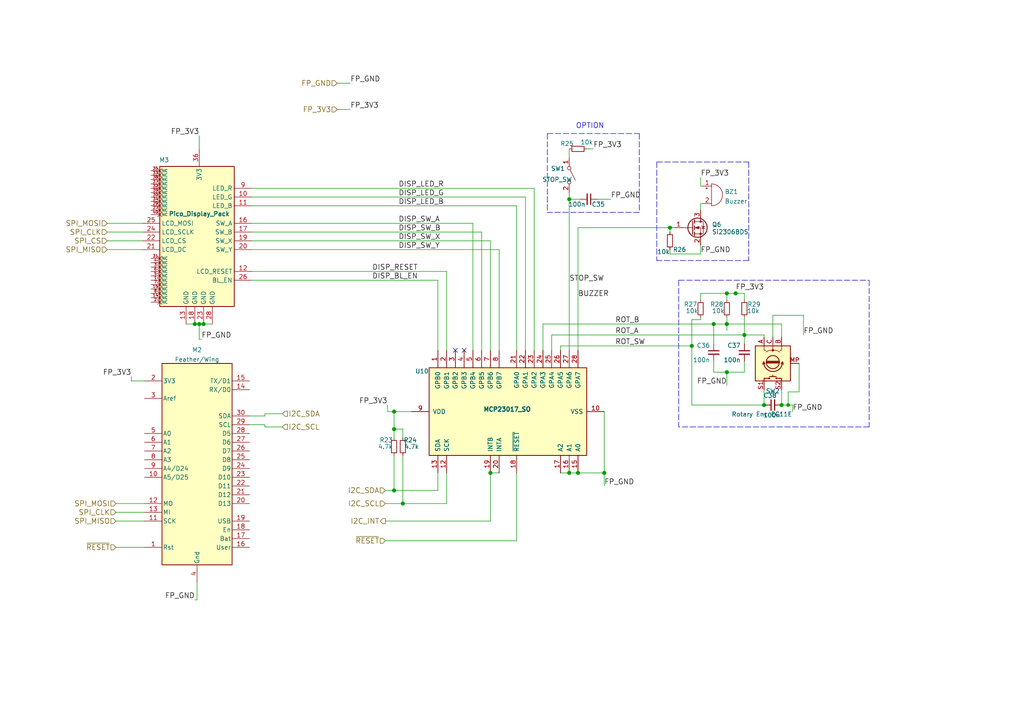
<source format=kicad_sch>
(kicad_sch (version 20211123) (generator eeschema)
  (paper "A4")
  (title_block (title "SolarPump v3") (date "2021-11-15") (rev "1.0") (company "IvimeyCom"))
  (lib_symbols
    (symbol "Device:Buzzer" (pin_names (offset 0.0254) hide)
      (property "Reference" "BZ" (at 3.81 1.27 0))
      (property "Value" "Buzzer" (at 3.81 -1.27 0))
      (symbol "Buzzer_0_1"
        (arc (start 0 -3.175) (mid 3.175 0) (end 0 3.175))
        (polyline (pts (xy -1.651 1.905) (xy -1.143 1.905)))
        (polyline (pts (xy -1.397 2.159) (xy -1.397 1.651)))
        (polyline (pts (xy 0 3.175) (xy 0 -3.175)))
      )
      (symbol "Buzzer_1_1"
        (pin passive line (at -2.54 2.54 0) (length 2.54) (name "-") (number "1"))
        (pin passive line (at -2.54 -2.54 0) (length 2.54) (name "+") (number "2"))
      )
    )
    (symbol "Device:C_Small" (pin_numbers hide) (pin_names (offset 0.254) hide)
      (property "Reference" "C" (at 0.254 1.778 0))
      (property "Value" "C_Small" (at 0.254 -2.032 0))
      (symbol "C_Small_0_1"
        (polyline (pts (xy -1.524 -0.508) (xy 1.524 -0.508)) (stroke (width 0.3302)))
        (polyline (pts (xy -1.524 0.508) (xy 1.524 0.508)) (stroke (width 0.3048)))
      )
      (symbol "C_Small_1_1"
        (pin passive line (at 0 2.54 270) (length 2.032) (name "~") (number "1"))
        (pin passive line (at 0 -2.54 90) (length 2.032) (name "~") (number "2"))
      )
    )
    (symbol "Device:R_Small" (pin_numbers hide) (pin_names (offset 0.254) hide)
      (property "Reference" "R" (at 0.762 0.508 0))
      (property "Value" "R_Small" (at 0.762 -1.016 0))
      (symbol "R_Small_0_1"
        (rectangle (start -0.762 1.778) (end 0.762 -1.778) (stroke (width 0.2032)))
      )
      (symbol "R_Small_1_1"
        (pin passive line (at 0 2.54 270) (length 0.762) (name "~") (number "1"))
        (pin passive line (at 0 -2.54 90) (length 0.762) (name "~") (number "2"))
      )
    )
    (symbol "Device:Rotary_Encoder_Switch" (pin_names (offset 0.254) hide)
      (property "Reference" "SW2" (at 7.9968 0 90))
      (property "Value" "Rotary Enc EC11E" (at 14.7405 3.175 90))
      (symbol "Rotary_Encoder_Switch_0_1"
        (rectangle (start -5.08 5.08) (end 5.08 -5.08) (stroke (width 0.254)) (fill (type background)))
        (circle (center -3.81 0) (radius 0.254) (fill (type outline)))
        (arc (start -0.381 -2.794) (mid 2.3622 -0.0635) (end -0.381 2.667) (stroke (width 0.254)))
        (circle (center -0.381 0) (radius 1.905) (stroke (width 0.254)))
        (polyline (pts (xy -0.635 -1.778) (xy -0.635 1.778)) (stroke (width 0.254)))
        (polyline (pts (xy -0.381 -1.778) (xy -0.381 1.778)) (stroke (width 0.254)))
        (polyline (pts (xy -0.127 1.778) (xy -0.127 -1.778)) (stroke (width 0.254)))
        (polyline (pts (xy 3.81 0) (xy 3.429 0)) (stroke (width 0.254)))
        (polyline (pts (xy 3.81 1.016) (xy 3.81 -1.016)) (stroke (width 0.254)))
        (polyline (pts (xy -5.08 -2.54) (xy -3.81 -2.54) (xy -3.81 -2.032)))
        (polyline (pts (xy -5.08 2.54) (xy -3.81 2.54) (xy -3.81 2.032)))
        (polyline (pts (xy 0.254 -3.048) (xy -0.508 -2.794) (xy 0.127 -2.413)) (stroke (width 0.254)))
        (polyline (pts (xy 0.254 2.921) (xy -0.508 2.667) (xy 0.127 2.286)) (stroke (width 0.254)))
        (polyline (pts (xy 5.08 -2.54) (xy 4.318 -2.54) (xy 4.318 -1.016)) (stroke (width 0.254)))
        (polyline (pts (xy 5.08 2.54) (xy 4.318 2.54) (xy 4.318 1.016)) (stroke (width 0.254)))
        (polyline (pts (xy -5.08 0) (xy -3.81 0) (xy -3.81 -1.016) (xy -3.302 -2.032)))
        (polyline (pts (xy -4.318 0) (xy -3.81 0) (xy -3.81 1.016) (xy -3.302 2.032)))
        (circle (center 4.318 -1.016) (radius 0.127) (stroke (width 0.254)))
        (circle (center 4.318 1.016) (radius 0.127) (stroke (width 0.254)))
      )
      (symbol "Rotary_Encoder_Switch_1_1"
        (pin passive line (at -7.62 2.54 0) (length 2.54) (name "A") (number "A"))
        (pin passive line (at -7.62 -2.54 0) (length 2.54) (name "B") (number "B"))
        (pin passive line (at -7.62 0 0) (length 2.54) (name "C") (number "C"))
        (pin passive line (at 0 -7.62 90) (length 2.54) (name "MP") (number "MP"))
        (pin passive line (at 7.62 2.54 180) (length 2.54) (name "S1") (number "S1"))
        (pin passive line (at 7.62 -2.54 180) (length 2.54) (name "S2") (number "S2"))
      )
    )
    (symbol "Interface_Expansion:MCP23017_SO" (pin_names (offset 1.016))
      (property "Reference" "U" (at -11.43 24.13 0))
      (property "Value" "MCP23017_SO" (at 0 0 0))
      (symbol "MCP23017_SO_0_1"
        (rectangle (start -12.7 22.86) (end 12.7 -22.86) (stroke (width 0.254)) (fill (type background)))
      )
      (symbol "MCP23017_SO_1_1"
        (pin bidirectional line (at 17.78 20.32 180) (length 5.08) (name "GPB0") (number "1"))
        (pin power_in line (at 0 -27.94 90) (length 5.08) (name "VSS") (number "10"))
        (pin no_connect line (at -12.7 15.24 0) (length 5.08) hide (name "NC") (number "11"))
        (pin input line (at -17.78 17.78 0) (length 5.08) (name "SCK") (number "12"))
        (pin bidirectional line (at -17.78 20.32 0) (length 5.08) (name "SDA") (number "13"))
        (pin no_connect line (at -12.7 12.7 0) (length 5.08) hide (name "NC") (number "14"))
        (pin input line (at -17.78 -20.32 0) (length 5.08) (name "A0") (number "15"))
        (pin input line (at -17.78 -17.78 0) (length 5.08) (name "A1") (number "16"))
        (pin input line (at -17.78 -15.24 0) (length 5.08) (name "A2") (number "17"))
        (pin input line (at -17.78 -2.54 0) (length 5.08) (name "~{RESET}") (number "18"))
        (pin tri_state line (at -17.78 5.08 0) (length 5.08) (name "INTB") (number "19"))
        (pin bidirectional line (at 17.78 17.78 180) (length 5.08) (name "GPB1") (number "2"))
        (pin tri_state line (at -17.78 2.54 0) (length 5.08) (name "INTA") (number "20"))
        (pin bidirectional line (at 17.78 -2.54 180) (length 5.08) (name "GPA0") (number "21"))
        (pin bidirectional line (at 17.78 -5.08 180) (length 5.08) (name "GPA1") (number "22"))
        (pin bidirectional line (at 17.78 -7.62 180) (length 5.08) (name "GPA2") (number "23"))
        (pin bidirectional line (at 17.78 -10.16 180) (length 5.08) (name "GPA3") (number "24"))
        (pin bidirectional line (at 17.78 -12.7 180) (length 5.08) (name "GPA4") (number "25"))
        (pin bidirectional line (at 17.78 -15.24 180) (length 5.08) (name "GPA5") (number "26"))
        (pin bidirectional line (at 17.78 -17.78 180) (length 5.08) (name "GPA6") (number "27"))
        (pin bidirectional line (at 17.78 -20.32 180) (length 5.08) (name "GPA7") (number "28"))
        (pin bidirectional line (at 17.78 15.24 180) (length 5.08) (name "GPB2") (number "3"))
        (pin bidirectional line (at 17.78 12.7 180) (length 5.08) (name "GPB3") (number "4"))
        (pin bidirectional line (at 17.78 10.16 180) (length 5.08) (name "GPB4") (number "5"))
        (pin bidirectional line (at 17.78 7.62 180) (length 5.08) (name "GPB5") (number "6"))
        (pin bidirectional line (at 17.78 5.08 180) (length 5.08) (name "GPB6") (number "7"))
        (pin bidirectional line (at 17.78 2.54 180) (length 5.08) (name "GPB7") (number "8"))
        (pin power_in line (at 0 27.94 270) (length 5.08) (name "VDD") (number "9"))
      )
    )
    (symbol "Switch:SW_SPST" (pin_names (offset 0) hide)
      (property "Reference" "SW" (at 0 3.175 0))
      (property "Value" "SW_SPST" (at 0 -2.54 0))
      (symbol "SW_SPST_0_0"
        (circle (center -2.032 0) (radius 0.508))
        (polyline (pts (xy -1.524 0.254) (xy 1.524 1.778)))
        (circle (center 2.032 0) (radius 0.508))
      )
      (symbol "SW_SPST_1_1"
        (pin passive line (at -5.08 0 0) (length 2.54) (name "A") (number "1"))
        (pin passive line (at 5.08 0 180) (length 2.54) (name "B") (number "2"))
      )
    )
    (symbol "solarpump:Feather{slash}Wing" (pin_names (offset 0.254)) (in_bom no)
      (property "Reference" "M" (at -10.16 38.1 0))
      (property "Value" "Feather{slash}Wing" (at 5.08 38.1 0))
      (symbol "Feather{slash}Wing_0_0"
        (pin bidirectional line (at 15.24 -17.78 180) (length 5.08) (name "Rst") (number "1"))
        (pin input line (at 15.24 2.54 180) (length 5.08) (name "A5/D25") (number "10"))
        (pin bidirectional line (at 15.24 -10.16 180) (length 5.08) (name "SCK") (number "11"))
        (pin bidirectional line (at 15.24 -5.08 180) (length 5.08) (name "MO") (number "12"))
        (pin bidirectional line (at 15.24 -7.62 180) (length 5.08) (name "MI") (number "13"))
        (pin bidirectional line (at -15.24 27.94 0) (length 5.08) (name "RX/D0") (number "14"))
        (pin bidirectional line (at -15.24 30.48 0) (length 5.08) (name "TX/D1") (number "15"))
        (pin unspecified line (at -15.24 -17.78 0) (length 5.08) (name "User") (number "16"))
        (pin power_in line (at -15.24 -15.24 0) (length 5.08) (name "Bat") (number "17"))
        (pin input line (at -15.24 -12.7 0) (length 5.08) (name "En") (number "18"))
        (pin bidirectional line (at -15.24 -10.16 0) (length 5.08) (name "USB") (number "19"))
        (pin bidirectional line (at -15.24 -5.08 0) (length 5.08) (name "D13") (number "20"))
        (pin bidirectional line (at -15.24 -2.54 0) (length 5.08) (name "D12") (number "21"))
        (pin bidirectional line (at -15.24 0 0) (length 5.08) (name "D11") (number "22"))
        (pin bidirectional line (at -15.24 2.54 0) (length 5.08) (name "D10") (number "23"))
        (pin bidirectional line (at -15.24 5.08 0) (length 5.08) (name "D9") (number "24"))
        (pin bidirectional line (at -15.24 7.62 0) (length 5.08) (name "D8") (number "25"))
        (pin bidirectional line (at -15.24 10.16 0) (length 5.08) (name "D7") (number "26"))
        (pin bidirectional line (at -15.24 12.7 0) (length 5.08) (name "D6") (number "27"))
        (pin bidirectional line (at -15.24 15.24 0) (length 5.08) (name "D5") (number "28"))
        (pin bidirectional line (at -15.24 17.78 0) (length 5.08) (name "SCL") (number "29"))
        (pin power_in line (at 15.24 25.4 180) (length 5.08) (name "Aref") (number "3"))
        (pin bidirectional line (at -15.24 20.32 0) (length 5.08) (name "SDA") (number "30"))
        (pin power_in line (at 0 -27.94 90) (length 5.08) (name "Gnd") (number "4"))
        (pin input line (at 15.24 15.24 180) (length 5.08) (name "A0") (number "5"))
        (pin input line (at 15.24 12.7 180) (length 5.08) (name "A1") (number "6"))
        (pin input line (at 15.24 10.16 180) (length 5.08) (name "A2") (number "7"))
        (pin input line (at 15.24 7.62 180) (length 5.08) (name "A3") (number "8"))
        (pin input line (at 15.24 5.08 180) (length 5.08) (name "A4/D24") (number "9"))
      )
      (symbol "Feather{slash}Wing_0_1"
        (rectangle (start -10.16 35.56) (end 10.16 -22.86) (stroke (width 0.254)) (fill (type background)))
      )
      (symbol "Feather{slash}Wing_1_1"
        (pin power_in line (at 15.24 30.48 180) (length 5.08) (name "3V3") (number "2"))
      )
    )
    (symbol "solarpump:Pico_Display_Pack"
      (property "Reference" "M2" (at -10.16 22.1778 0))
      (property "Value" "Pico_Display_Pack" (at 0 6.5599 0))
      (symbol "Pico_Display_Pack_0_1"
        (rectangle (start -11.43 20.32) (end 10.16 -20.32) (stroke (width 0.254)) (fill (type background)))
      )
      (symbol "Pico_Display_Pack_1_1"
        (pin unspecified non_logic (at -13.97 -12.7 0) (length 2.54) (name "NC") (number "1"))
        (pin input line (at 15.24 11.43 180) (length 5.08) (name "LED_G") (number "10"))
        (pin input line (at 15.24 8.89 180) (length 5.08) (name "LED_B") (number "11"))
        (pin input line (at 15.24 -10.16 180) (length 5.08) (name "LCD_RESET") (number "12"))
        (pin power_in line (at -3.81 -25.4 90) (length 5.08) (name "GND") (number "13"))
        (pin unspecified non_logic (at -13.97 -17.78 0) (length 2.54) (name "NC") (number "14"))
        (pin unspecified non_logic (at -13.97 -15.24 0) (length 2.54) (name "NC") (number "15"))
        (pin input line (at 15.24 3.81 180) (length 5.08) (name "SW_A") (number "16"))
        (pin input line (at 15.24 1.27 180) (length 5.08) (name "SW_B") (number "17"))
        (pin power_in line (at -1.27 -25.4 90) (length 5.08) (name "GND") (number "18"))
        (pin input line (at 15.24 -1.27 180) (length 5.08) (name "SW_X") (number "19"))
        (pin unspecified non_logic (at -13.97 -19.05 0) (length 2.54) (name "NC") (number "2"))
        (pin input line (at 15.24 -3.81 180) (length 5.08) (name "SW_Y") (number "20"))
        (pin input line (at -16.51 -3.81 0) (length 5.08) (name "LCD_DC") (number "21"))
        (pin input line (at -16.51 -1.27 0) (length 5.08) (name "LCD_CS") (number "22"))
        (pin power_in line (at 1.27 -25.4 90) (length 5.08) (name "GND") (number "23"))
        (pin input line (at -16.51 1.27 0) (length 5.08) (name "LCD_SCLK") (number "24"))
        (pin input line (at -16.51 3.81 0) (length 5.08) (name "LCD_MOSI") (number "25"))
        (pin input line (at 15.24 -12.7 180) (length 5.08) (name "BL_EN") (number "26"))
        (pin unspecified non_logic (at -13.97 7.62 0) (length 2.54) (name "NC") (number "27"))
        (pin power_in line (at 3.81 -25.4 90) (length 5.08) (name "GND") (number "28"))
        (pin unspecified non_logic (at -13.97 8.89 0) (length 2.54) (name "NC") (number "29"))
        (pin unspecified non_logic (at -13.97 -8.89 0) (length 2.54) (name "NC") (number "3"))
        (pin unspecified non_logic (at -13.97 11.43 0) (length 2.54) (name "NC") (number "30"))
        (pin unspecified non_logic (at -13.97 -6.35 0) (length 2.54) (name "NC") (number "31"))
        (pin unspecified non_logic (at -13.97 13.97 0) (length 2.54) (name "NC") (number "32"))
        (pin unspecified non_logic (at -13.97 17.78 0) (length 2.54) (name "NC") (number "33"))
        (pin unspecified non_logic (at -13.97 10.16 0) (length 2.54) (name "NC") (number "34"))
        (pin unspecified non_logic (at -13.97 19.05 0) (length 2.54) (name "NC") (number "35"))
        (pin power_in line (at 0 25.4 270) (length 5.08) (name "3V3") (number "36"))
        (pin unspecified non_logic (at -13.97 15.24 0) (length 2.54) (name "NC") (number "37"))
        (pin unspecified non_logic (at -13.97 16.51 0) (length 2.54) (name "NC") (number "38"))
        (pin unspecified non_logic (at -13.97 12.7 0) (length 2.54) (name "NC") (number "39"))
        (pin unspecified non_logic (at -13.97 -7.62 0) (length 2.54) (name "NC") (number "4"))
        (pin unspecified non_logic (at -13.97 6.35 0) (length 2.54) (name "NC") (number "40"))
        (pin unspecified non_logic (at -13.97 -11.43 0) (length 2.54) (name "NC") (number "5"))
        (pin unspecified non_logic (at -13.97 -10.16 0) (length 2.54) (name "NC") (number "6"))
        (pin unspecified non_logic (at -13.97 -13.97 0) (length 2.54) (name "NC") (number "7"))
        (pin unspecified non_logic (at -13.97 -16.51 0) (length 2.54) (name "NC") (number "8"))
        (pin input line (at 15.24 13.97 180) (length 5.08) (name "LED_R") (number "9"))
      )
    )
    (symbol "solarpump:Si2306BDS" (pin_names hide)
      (property "Reference" "Q" (at 5.08 1.905 0))
      (property "Value" "Si2306BDS" (at 5.08 0 0))
      (symbol "Si2306BDS_0_1"
        (polyline (pts (xy 0.254 0) (xy -2.54 0)))
        (polyline (pts (xy 0.254 1.905) (xy 0.254 -1.905)) (stroke (width 0.254)))
        (polyline (pts (xy 0.762 -1.27) (xy 0.762 -2.286)) (stroke (width 0.254)))
        (polyline (pts (xy 0.762 0.508) (xy 0.762 -0.508)) (stroke (width 0.254)))
        (polyline (pts (xy 0.762 2.286) (xy 0.762 1.27)) (stroke (width 0.254)))
        (polyline (pts (xy 2.54 2.54) (xy 2.54 1.778)))
        (polyline (pts (xy 2.54 -2.54) (xy 2.54 0) (xy 0.762 0)))
        (polyline (pts (xy 0.762 -1.778) (xy 3.302 -1.778) (xy 3.302 1.778) (xy 0.762 1.778)))
        (polyline (pts (xy 1.016 0) (xy 2.032 0.381) (xy 2.032 -0.381) (xy 1.016 0)) (fill (type outline)))
        (polyline (pts (xy 2.794 0.508) (xy 2.921 0.381) (xy 3.683 0.381) (xy 3.81 0.254)))
        (polyline (pts (xy 3.302 0.381) (xy 2.921 -0.254) (xy 3.683 -0.254) (xy 3.302 0.381)))
        (circle (center 1.651 0) (radius 2.794) (stroke (width 0.254)))
        (circle (center 2.54 -1.778) (radius 0.254) (fill (type outline)))
        (circle (center 2.54 1.778) (radius 0.254) (fill (type outline)))
      )
      (symbol "Si2306BDS_1_1"
        (pin input line (at -5.08 0 0) (length 2.54) (name "G") (number "1"))
        (pin passive line (at 2.54 -5.08 90) (length 2.54) (name "S") (number "2"))
        (pin passive line (at 2.54 5.08 270) (length 2.54) (name "D") (number "3"))
      )
    )
  )
  (junction (at 142.24 137.16) (diameter 1.016))
  (junction (at 200.66 100.33) (diameter 1.016))
  (junction (at 210.82 85.09) (diameter 1.016))
  (junction (at 167.64 137.16) (diameter 1.016))
  (junction (at 210.82 93.98) (diameter 1.016))
  (junction (at 210.82 107.95) (diameter 1.016))
  (junction (at 194.31 66.04) (diameter 1.016))
  (junction (at 114.3 124.46) (diameter 1.016))
  (junction (at 116.84 146.05) (diameter 1.016))
  (junction (at 59.055 93.98) (diameter 1.016))
  (junction (at 114.3 142.24) (diameter 1.016))
  (junction (at 228.6 117.475))
  (junction (at 221.615 117.475) (diameter 1.016))
  (junction (at 213.36 85.09) (diameter 1.016))
  (junction (at 175.26 137.16) (diameter 1.016))
  (junction (at 207.01 93.98) (diameter 1.016))
  (junction (at 114.3 119.38) (diameter 1.016))
  (junction (at 226.695 117.475) (diameter 1.016))
  (junction (at 165.1 137.16) (diameter 1.016))
  (junction (at 56.515 93.98) (diameter 1.016))
  (junction (at 57.785 93.98) (diameter 1.016))
  (junction (at 165.1 57.785) (diameter 1.016))
  (junction (at 215.9 97.155) (diameter 1.016))
  (no_connect (at 132.08 101.6))
  (no_connect (at 134.62 101.6))
  (wire (pts (xy 233.045 91.44) (xy 224.155 91.44)))
  (wire (pts (xy 31.115 67.31) (xy 41.275 67.31)))
  (wire (pts (xy 175.26 137.16) (xy 175.26 140.97)))
  (wire (pts (xy 175.26 119.38) (xy 175.26 137.16)))
  (wire (pts (xy 229.87 117.475) (xy 229.87 119.38)))
  (wire (pts (xy 224.155 91.44) (xy 224.155 97.79)))
  (wire (pts (xy 114.3 132.08) (xy 114.3 142.24)))
  (wire (pts (xy 165.1 57.785) (xy 168.275 57.785)))
  (wire (pts (xy 210.82 86.995) (xy 210.82 85.09)))
  (wire (pts (xy 215.9 85.09) (xy 215.9 86.995)))
  (wire (pts (xy 213.36 85.09) (xy 215.9 85.09)))
  (wire (pts (xy 210.82 85.09) (xy 213.36 85.09)))
  (wire (pts (xy 73.025 72.39) (xy 144.78 72.39)))
  (wire (pts (xy 31.115 64.77) (xy 41.275 64.77)))
  (wire (pts (xy 215.9 104.775) (xy 215.9 107.95)))
  (wire (pts (xy 97.79 31.75) (xy 101.6 31.75)))
  (polyline (pts (xy 190.5 46.99) (xy 217.17 46.99)) (stroke (width 0) (type dash)))
  (wire (pts (xy 81.915 120.015) (xy 76.835 120.015)))
  (wire (pts (xy 76.835 120.015) (xy 76.835 120.65)))
  (wire (pts (xy 76.835 120.65) (xy 72.39 120.65)))
  (wire (pts (xy 112.395 117.475) (xy 112.395 119.38)))
  (wire (pts (xy 114.3 119.38) (xy 114.3 124.46)))
  (wire (pts (xy 114.3 124.46) (xy 114.3 127)))
  (wire (pts (xy 221.615 97.155) (xy 215.9 97.155)))
  (wire (pts (xy 215.9 92.075) (xy 215.9 97.155)))
  (wire (pts (xy 194.31 73.66) (xy 194.31 72.39)))
  (wire (pts (xy 41.91 146.05) (xy 33.655 146.05)))
  (wire (pts (xy 226.695 113.03) (xy 226.695 117.475)))
  (wire (pts (xy 73.025 81.28) (xy 127 81.28)))
  (wire (pts (xy 127 81.28) (xy 127 101.6)))
  (wire (pts (xy 233.045 91.44) (xy 233.045 97.155)))
  (wire (pts (xy 203.2 59.055) (xy 203.2 60.96)))
  (wire (pts (xy 165.1 43.18) (xy 165.1 45.72)))
  (polyline (pts (xy 190.5 46.99) (xy 190.5 75.565)) (stroke (width 0) (type dash)))
  (wire (pts (xy 165.1 55.88) (xy 165.1 57.785)))
  (wire (pts (xy 142.24 137.16) (xy 142.24 151.13)))
  (wire (pts (xy 111.76 151.13) (xy 142.24 151.13)))
  (wire (pts (xy 167.64 66.04) (xy 194.31 66.04)))
  (wire (pts (xy 167.64 101.6) (xy 167.64 66.04)))
  (wire (pts (xy 221.615 97.79) (xy 221.615 97.155)))
  (wire (pts (xy 57.785 93.98) (xy 57.785 98.425)))
  (wire (pts (xy 73.025 57.15) (xy 152.4 57.15)))
  (wire (pts (xy 152.4 57.15) (xy 152.4 101.6)))
  (wire (pts (xy 215.9 97.155) (xy 215.9 99.695)))
  (wire (pts (xy 97.79 24.13) (xy 101.6 24.13)))
  (wire (pts (xy 144.78 72.39) (xy 144.78 101.6)))
  (wire (pts (xy 76.835 123.19) (xy 72.39 123.19)))
  (wire (pts (xy 81.915 123.825) (xy 76.835 123.825)))
  (wire (pts (xy 76.835 123.825) (xy 76.835 123.19)))
  (polyline (pts (xy 196.85 81.28) (xy 196.85 123.825)) (stroke (width 0) (type dash)))
  (wire (pts (xy 57.785 39.37) (xy 57.785 43.18)))
  (wire (pts (xy 114.3 119.38) (xy 112.395 119.38)))
  (wire (pts (xy 73.025 78.74) (xy 129.54 78.74)))
  (wire (pts (xy 129.54 78.74) (xy 129.54 101.6)))
  (wire (pts (xy 41.91 148.59) (xy 33.655 148.59)))
  (wire (pts (xy 73.025 69.85) (xy 142.24 69.85)))
  (wire (pts (xy 41.91 158.75) (xy 33.655 158.75)))
  (wire (pts (xy 73.025 64.77) (xy 137.16 64.77)))
  (wire (pts (xy 210.82 93.98) (xy 210.82 95.885)))
  (wire (pts (xy 194.31 66.04) (xy 195.58 66.04)))
  (wire (pts (xy 213.36 84.455) (xy 213.36 85.09)))
  (polyline (pts (xy 217.17 75.565) (xy 190.5 75.565)) (stroke (width 0) (type dash)))
  (wire (pts (xy 207.01 104.775) (xy 207.01 107.95)))
  (wire (pts (xy 57.785 93.98) (xy 59.055 93.98)))
  (wire (pts (xy 59.055 93.98) (xy 61.595 93.98)))
  (wire (pts (xy 53.975 93.98) (xy 56.515 93.98)))
  (wire (pts (xy 56.515 93.98) (xy 57.785 93.98)))
  (wire (pts (xy 226.695 93.98) (xy 226.695 97.79)))
  (wire (pts (xy 144.78 137.16) (xy 142.24 137.16)))
  (wire (pts (xy 221.615 113.03) (xy 221.615 117.475)))
  (wire (pts (xy 142.24 69.85) (xy 142.24 101.6)))
  (wire (pts (xy 57.785 98.425) (xy 58.42 98.425)))
  (wire (pts (xy 200.66 117.475) (xy 200.66 100.33)))
  (wire (pts (xy 221.615 117.475) (xy 200.66 117.475)))
  (wire (pts (xy 162.56 100.33) (xy 162.56 101.6)))
  (wire (pts (xy 200.66 100.33) (xy 162.56 100.33)))
  (polyline (pts (xy 252.095 81.28) (xy 252.095 123.825)) (stroke (width 0) (type dash)))
  (wire (pts (xy 203.835 59.055) (xy 203.2 59.055)))
  (wire (pts (xy 203.2 85.09) (xy 210.82 85.09)))
  (wire (pts (xy 203.2 86.995) (xy 203.2 85.09)))
  (wire (pts (xy 210.82 107.95) (xy 207.01 107.95)))
  (wire (pts (xy 210.82 107.95) (xy 215.9 107.95)))
  (wire (pts (xy 226.695 117.475) (xy 228.6 117.475)))
  (wire (pts (xy 228.6 117.475) (xy 229.87 117.475)))
  (wire (pts (xy 73.025 67.31) (xy 139.7 67.31)))
  (wire (pts (xy 194.31 66.04) (xy 194.31 67.31)))
  (wire (pts (xy 207.01 93.98) (xy 210.82 93.98)))
  (wire (pts (xy 210.82 93.98) (xy 226.695 93.98)))
  (wire (pts (xy 200.66 92.71) (xy 200.66 100.33)))
  (wire (pts (xy 149.86 156.845) (xy 149.86 137.16)))
  (wire (pts (xy 111.76 156.845) (xy 149.86 156.845)))
  (wire (pts (xy 139.7 67.31) (xy 139.7 101.6)))
  (polyline (pts (xy 196.85 81.28) (xy 252.095 81.28)) (stroke (width 0) (type dash)))
  (wire (pts (xy 203.2 51.435) (xy 203.2 53.975)))
  (wire (pts (xy 203.2 53.975) (xy 203.835 53.975)))
  (polyline (pts (xy 185.42 38.735) (xy 185.42 61.595)) (stroke (width 0) (type dash)))
  (polyline (pts (xy 158.75 38.735) (xy 185.42 38.735)) (stroke (width 0) (type dash)))
  (polyline (pts (xy 158.75 38.735) (xy 158.75 61.595)) (stroke (width 0) (type dash)))
  (polyline (pts (xy 185.42 61.595) (xy 158.75 61.595)) (stroke (width 0) (type dash)))
  (wire (pts (xy 215.9 97.155) (xy 160.02 97.155)))
  (wire (pts (xy 160.02 97.155) (xy 160.02 101.6)))
  (wire (pts (xy 173.355 57.785) (xy 177.165 57.785)))
  (wire (pts (xy 73.025 54.61) (xy 154.94 54.61)))
  (wire (pts (xy 154.94 54.61) (xy 154.94 101.6)))
  (wire (pts (xy 31.115 69.85) (xy 41.275 69.85)))
  (wire (pts (xy 129.54 137.16) (xy 129.54 146.05)))
  (wire (pts (xy 116.84 146.05) (xy 111.76 146.05)))
  (wire (pts (xy 137.16 64.77) (xy 137.16 101.6)))
  (wire (pts (xy 41.91 110.49) (xy 38.1 110.49)))
  (wire (pts (xy 38.1 110.49) (xy 38.1 109.22)))
  (wire (pts (xy 116.84 132.08) (xy 116.84 146.05)))
  (wire (pts (xy 57.15 173.99) (xy 56.515 173.99)))
  (wire (pts (xy 57.15 168.91) (xy 57.15 173.99)))
  (wire (pts (xy 114.3 119.38) (xy 119.38 119.38)))
  (wire (pts (xy 157.48 93.98) (xy 207.01 93.98)))
  (wire (pts (xy 157.48 93.98) (xy 157.48 101.6)))
  (wire (pts (xy 73.025 59.69) (xy 149.86 59.69)))
  (wire (pts (xy 149.86 59.69) (xy 149.86 101.6)))
  (wire (pts (xy 116.84 146.05) (xy 129.54 146.05)))
  (wire (pts (xy 31.115 72.39) (xy 41.275 72.39)))
  (wire (pts (xy 210.82 107.95) (xy 210.82 111.76)))
  (wire (pts (xy 170.18 43.18) (xy 172.085 43.18)))
  (wire (pts (xy 210.82 92.075) (xy 210.82 93.98)))
  (wire (pts (xy 116.84 127) (xy 116.84 124.46)))
  (wire (pts (xy 116.84 124.46) (xy 114.3 124.46)))
  (wire (pts (xy 194.31 73.66) (xy 203.2 73.66)))
  (wire (pts (xy 167.64 137.16) (xy 175.26 137.16)))
  (wire (pts (xy 165.1 137.16) (xy 167.64 137.16)))
  (wire (pts (xy 162.56 137.16) (xy 165.1 137.16)))
  (wire (pts (xy 41.91 151.13) (xy 33.655 151.13)))
  (wire (pts (xy 231.775 113.665) (xy 228.6 113.665)))
  (wire (pts (xy 231.775 105.41) (xy 231.775 113.665)))
  (wire (pts (xy 228.6 113.665) (xy 228.6 117.475)))
  (polyline (pts (xy 252.095 123.825) (xy 196.85 123.825)) (stroke (width 0) (type dash)))
  (wire (pts (xy 207.01 93.98) (xy 207.01 99.695)))
  (wire (pts (xy 203.2 71.12) (xy 203.2 73.66)))
  (wire (pts (xy 127 142.24) (xy 127 137.16)))
  (wire (pts (xy 114.3 142.24) (xy 127 142.24)))
  (wire (pts (xy 111.76 142.24) (xy 114.3 142.24)))
  (wire (pts (xy 203.2 92.71) (xy 200.66 92.71)))
  (wire (pts (xy 203.2 92.075) (xy 203.2 92.71)))
  (wire (pts (xy 165.1 57.785) (xy 165.1 101.6)))
  (polyline (pts (xy 217.17 46.99) (xy 217.17 75.565)) (stroke (width 0) (type dash)))
  (text "OPTION" (at 167.005 37.465 0) (effects (font (size 1.4986 1.4986)) (justify left bottom)))
  (label "FP_GND" (at 177.165 57.785 0) (effects (font (size 1.4986 1.4986))))
  (label "FP_GND" (at 229.87 119.38 0) (effects (font (size 1.4986 1.4986))))
  (label "FP_GND" (at 175.26 140.97 0) (effects (font (size 1.4986 1.4986))))
  (label "DISP_SW_Y" (at 115.57 72.39 0) (effects (font (size 1.4986 1.4986))))
  (label "BUZZER" (at 167.64 86.36 0) (effects (font (size 1.4986 1.4986))))
  (label "DISP_LED_B" (at 115.57 59.69 0) (effects (font (size 1.4986 1.4986))))
  (label "FP_3V3" (at 101.6 31.75 0) (effects (font (size 1.4986 1.4986))))
  (label "FP_3V3" (at 38.1 109.22 180) (effects (font (size 1.4986 1.4986))))
  (label "FP_3V3" (at 203.2 51.435 0) (effects (font (size 1.4986 1.4986))))
  (label "DISP_LED_G" (at 115.57 57.15 0) (effects (font (size 1.4986 1.4986))))
  (label "ROT_SW" (at 178.435 100.33 0) (effects (font (size 1.4986 1.4986))))
  (label "FP_GND" (at 203.2 73.66 0) (effects (font (size 1.4986 1.4986))))
  (label "FP_GND" (at 101.6 24.13 0) (effects (font (size 1.4986 1.4986))))
  (label "DISP_SW_A" (at 115.57 64.77 0) (effects (font (size 1.4986 1.4986))))
  (label "FP_3V3" (at 213.36 84.455 0) (effects (font (size 1.4986 1.4986))))
  (label "DISP_LED_R" (at 115.57 54.61 0) (effects (font (size 1.4986 1.4986))))
  (label "FP_GND" (at 210.82 111.76 180) (effects (font (size 1.4986 1.4986))))
  (label "FP_3V3" (at 172.085 43.18 0) (effects (font (size 1.4986 1.4986))))
  (label "ROT_A" (at 178.435 97.155 0) (effects (font (size 1.4986 1.4986))))
  (label "DISP_SW_X" (at 115.57 69.85 0) (effects (font (size 1.4986 1.4986))))
  (label "FP_GND" (at 56.515 173.99 180) (effects (font (size 1.4986 1.4986))))
  (label "FP_3V3" (at 112.395 117.475 180) (effects (font (size 1.4986 1.4986))))
  (label "DISP_RESET" (at 107.95 78.74 0) (effects (font (size 1.4986 1.4986))))
  (label "STOP_SW" (at 165.1 81.915 0) (effects (font (size 1.4986 1.4986))))
  (label "ROT_B" (at 178.435 93.98 0) (effects (font (size 1.4986 1.4986))))
  (label "DISP_SW_B" (at 115.57 67.31 0) (effects (font (size 1.4986 1.4986))))
  (label "FP_GND" (at 233.045 97.155 0) (effects (font (size 1.4986 1.4986))))
  (label "FP_GND" (at 58.42 98.425 0) (effects (font (size 1.4986 1.4986))))
  (label "DISP_BL_EN" (at 107.95 81.28 0) (effects (font (size 1.4986 1.4986))))
  (label "FP_3V3" (at 57.785 39.37 180) (effects (font (size 1.4986 1.4986))))
  (hierarchical_label "I2C_SDA" (shape input) (at 111.76 142.24 180) (effects (font (size 1.4986 1.4986))))
  (hierarchical_label "SPI_CS" (shape input) (at 31.115 69.85 180) (effects (font (size 1.4986 1.4986))))
  (hierarchical_label "SPI_MOSI" (shape input) (at 33.655 146.05 180) (effects (font (size 1.4986 1.4986))))
  (hierarchical_label "~{RESET}" (shape input) (at 111.76 156.845 180) (effects (font (size 1.4986 1.4986))))
  (hierarchical_label "SPI_MISO" (shape input) (at 33.655 151.13 180) (effects (font (size 1.4986 1.4986))))
  (hierarchical_label "I2C_SCL" (shape input) (at 81.915 123.825 0) (effects (font (size 1.4986 1.4986))))
  (hierarchical_label "SPI_CLK" (shape input) (at 31.115 67.31 180) (effects (font (size 1.4986 1.4986))))
  (hierarchical_label "FP_GND" (shape input) (at 97.79 24.13 180) (effects (font (size 1.4986 1.4986))))
  (hierarchical_label "I2C_INT" (shape output) (at 111.76 151.13 180) (effects (font (size 1.4986 1.4986))))
  (hierarchical_label "SPI_MOSI" (shape input) (at 31.115 64.77 180) (effects (font (size 1.4986 1.4986))))
  (hierarchical_label "~{RESET}" (shape input) (at 33.655 158.75 180) (effects (font (size 1.4986 1.4986))))
  (hierarchical_label "SPI_MISO" (shape input) (at 31.115 72.39 180) (effects (font (size 1.4986 1.4986))))
  (hierarchical_label "I2C_SCL" (shape input) (at 111.76 146.05 180) (effects (font (size 1.4986 1.4986))))
  (hierarchical_label "FP_3V3" (shape input) (at 97.79 31.75 180) (effects (font (size 1.4986 1.4986))))
  (hierarchical_label "I2C_SDA" (shape input) (at 81.915 120.015 0) (effects (font (size 1.4986 1.4986))))
  (hierarchical_label "SPI_CLK" (shape input) (at 33.655 148.59 180) (effects (font (size 1.4986 1.4986))))
  (symbol (lib_id "Device:R_Small") (at 210.82 89.535 0) (mirror y) (unit 1)
    (property "Reference" "R28" (at 207.9032 88.265 0))
    (property "Value" "10k" (at 208.3031 90.17 0))
    (property "Footprint" "Resistor_SMD:R_0805_2012Metric_Pad1.20x1.40mm_HandSolder" (effects hide))
    (property "Mfr" "Yageo" (effects hide))
    (property "Mfr Part No" "AC0805FR-0710KL" (effects hide))
    (property "Supl" "Mouser" (effects hide))
    (property "Supl Part No" "603-AC0805FR-0710KL" (effects hide))
    (property "Supl Price" "0.077" (effects hide))
  )
  (symbol (lib_id "Device:C_Small") (at 215.9 102.235 0) (mirror y) (unit 1)
    (property "Reference" "C37" (at 214.8458 100.2041 0) (effects (justify left)))
    (property "Value" "100n" (at 214.8458 104.4078 0) (effects (justify left)))
    (property "Footprint" "Capacitor_THT:C_Disc_D5.0mm_W2.5mm_P5.00mm" (effects hide))
    (property "Datasheet" "https://product.tdk.com/system/files/dam/doc/product/capacitor/ceramic/lead-mlcc/catalog/leadmlcc_halogenfree_fg_en.pdf" (effects hide))
    (property "Mfr" "TDK" (effects hide))
    (property "Mfr Part No" "FG28X5R1H105KRT0" (effects hide))
    (property "Supl" "Mouser" (effects hide))
    (property "Supl Part No" "810-FG28X5R1H105KRT0 " (effects hide))
    (property "Supl Price" "0.297" (effects hide))
  )
  (symbol (lib_id "Device:C_Small") (at 207.01 102.235 0) (mirror y) (unit 1)
    (property "Reference" "C36" (at 205.9558 100.2041 0) (effects (justify left)))
    (property "Value" "100n" (at 205.9558 104.4078 0) (effects (justify left)))
    (property "Footprint" "Capacitor_THT:C_Disc_D5.0mm_W2.5mm_P5.00mm" (effects hide))
    (property "Datasheet" "https://product.tdk.com/system/files/dam/doc/product/capacitor/ceramic/lead-mlcc/catalog/leadmlcc_halogenfree_fg_en.pdf" (effects hide))
    (property "Mfr" "TDK" (effects hide))
    (property "Mfr Part No" "FG28X5R1H105KRT0" (effects hide))
    (property "Supl" "Mouser" (effects hide))
    (property "Supl Part No" "810-FG28X5R1H105KRT0 " (effects hide))
    (property "Supl Price" "0.297" (effects hide))
  )
  (symbol (lib_id "Device:R_Small") (at 116.84 129.54 0) (mirror y) (unit 1)
    (property "Reference" "R24" (at 119.0032 127.635 0))
    (property "Value" "4.7k" (at 119.4031 129.54 0))
    (property "Footprint" "Resistor_SMD:R_0805_2012Metric_Pad1.20x1.40mm_HandSolder" (effects hide))
    (property "Mfr" "Yageo" (effects hide))
    (property "Mfr Part No" "RC0805FR-134K7L" (effects hide))
    (property "Supl" "Mouser" (effects hide))
    (property "Supl Part No" "603-RC0805FR-134K7L" (effects hide))
    (property "Supl Price" "0.077" (effects hide))
  )
  (symbol (lib_id "Interface_Expansion:MCP23017_SO") (at 147.32 119.38 90) (unit 1)
    (property "Reference" "U10" (at 120.3961 107.6765 90) (effects (justify right)))
    (property "Value" "MCP23017_SO" (at 140.0811 118.7066 90) (effects (font bold) (justify right)))
    (property "Footprint" "Package_SO:SOIC-28W_7.5x17.9mm_P1.27mm" (effects hide))
    (property "Datasheet" "http://ww1.microchip.com/downloads/en/DeviceDoc/20001952C.pdf" (effects hide))
    (property "Mfr" "Microchip" (effects hide))
    (property "Mfr Part No" "MCP23017-E/SO" (effects hide))
    (property "Supl" "Mouser" (effects hide))
    (property "Supl Part No" "579-MCP23017-E/SO" (effects hide))
    (property "Supl Price" "1.13" (effects hide))
  )
  (symbol (lib_id "solarpump:Pico_Display_Pack") (at 57.785 68.58 0) (unit 1)
    (property "Reference" "M3" (at 47.625 46.4022 0))
    (property "Value" "Pico_Display_Pack" (at 57.785 62.0201 0) (effects (font bold)))
    (property "Footprint" "Package_DIP:DIP-40_W15.24mm_Socket" (effects hide))
    (property "Mfr" "Pimoroni" (effects hide))
  )
  (symbol (lib_id "Switch:SW_SPST") (at 165.1 50.8 270) (unit 1)
    (property "Reference" "SW1" (at 161.8276 48.895 90))
    (property "Value" "STOP_SW" (at 161.5925 52.07 90))
    (property "Footprint" "solarpump:Schurter_SW_MTG_PUSH-12.7mm" (effects hide))
    (property "Mfr" "Schurter" (effects hide))
    (property "Mfr Part No" "1241.1082.1" (effects hide))
    (property "Supl" "Mouser" (effects hide))
    (property "Supl Part No" "693-1241.1082.1" (effects hide))
    (property "Supl Price" "3.07" (effects hide))
  )
  (symbol (lib_id "Device:Buzzer") (at 206.375 56.515 0) (unit 1)
    (property "Reference" "BZ1" (at 210.1851 55.6065 0) (effects (justify left)))
    (property "Value" "Buzzer" (at 210.1851 58.3816 0) (effects (justify left)))
    (property "Footprint" "solarpump:Buzzer_3V" (effects hide))
  )
  (symbol (lib_id "Device:R_Small") (at 167.64 43.18 90) (mirror x) (unit 1)
    (property "Reference" "R25" (at 164.465 41.6518 90))
    (property "Value" "10k" (at 170.18 41.2519 90))
    (property "Footprint" "Resistor_SMD:R_0805_2012Metric_Pad1.20x1.40mm_HandSolder" (effects hide))
    (property "Mfr" "Yageo" (effects hide))
    (property "Mfr Part No" "AC0805FR-0710KL" (effects hide))
    (property "Supl" "Mouser" (effects hide))
    (property "Supl Part No" "603-AC0805FR-0710KL" (effects hide))
    (property "Supl Price" "0.077" (effects hide))
  )
  (symbol (lib_id "Device:R_Small") (at 215.9 89.535 0) (mirror y) (unit 1)
    (property "Reference" "R29" (at 218.6982 88.265 0))
    (property "Value" "10k" (at 218.4631 90.17 0))
    (property "Footprint" "Resistor_SMD:R_0805_2012Metric_Pad1.20x1.40mm_HandSolder" (effects hide))
    (property "Mfr" "Yageo" (effects hide))
    (property "Mfr Part No" "AC0805FR-0710KL" (effects hide))
    (property "Supl" "Mouser" (effects hide))
    (property "Supl Part No" "603-AC0805FR-0710KL" (effects hide))
    (property "Supl Price" "0.077" (effects hide))
  )
  (symbol (lib_id "Device:Rotary_Encoder_Switch") (at 224.155 105.41 90) (mirror x) (unit 1)
    (property "Reference" "SW2" (at 224.155 113.4068 90))
    (property "Value" "Rotary Enc EC11E" (at 220.98 120.1505 90))
    (property "Footprint" "Rotary_Encoder:RotaryEncoder_Alps_EC11E-Switch_Vertical_H20mm" (effects hide))
    (property "Datasheet" "https://www.mouser.co.uk/datasheet/2/15/alps_alps-s-a0008379064-1-1733314.pdf" (effects hide))
    (property "Mfr" "Alps" (effects hide))
    (property "Mfr Part No" "EC11E152U402" (effects hide))
    (property "Supl" "Mouser" (effects hide))
    (property "Supl Part No" "688-EC11E152U402" (effects hide))
    (property "Supl Price" "11.34" (effects hide))
  )
  (symbol (lib_id "Device:C_Small") (at 224.155 117.475 90) (mirror x) (unit 1)
    (property "Reference" "C38" (at 225.2991 114.7192 90) (effects (justify left)))
    (property "Value" "100n" (at 226.3278 120.4342 90) (effects (justify left)))
    (property "Footprint" "Capacitor_THT:C_Disc_D5.0mm_W2.5mm_P5.00mm" (effects hide))
    (property "Datasheet" "https://product.tdk.com/system/files/dam/doc/product/capacitor/ceramic/lead-mlcc/catalog/leadmlcc_halogenfree_fg_en.pdf" (effects hide))
    (property "Mfr" "TDK" (effects hide))
    (property "Mfr Part No" "FG28X5R1H105KRT0" (effects hide))
    (property "Supl" "Mouser" (effects hide))
    (property "Supl Part No" "810-FG28X5R1H105KRT0 " (effects hide))
    (property "Supl Price" "0.297" (effects hide))
  )
  (symbol (lib_id "Device:R_Small") (at 194.31 69.85 0) (mirror y) (unit 1)
    (property "Reference" "R26" (at 197.1082 72.39 0))
    (property "Value" "10k" (at 192.4281 73.025 0))
    (property "Footprint" "Resistor_SMD:R_0805_2012Metric_Pad1.20x1.40mm_HandSolder" (effects hide))
    (property "Mfr" "Yageo" (effects hide))
    (property "Mfr Part No" "AC0805FR-0710KL" (effects hide))
    (property "Supl" "Mouser" (effects hide))
    (property "Supl Part No" "603-AC0805FR-0710KL" (effects hide))
    (property "Supl Price" "0.077" (effects hide))
  )
  (symbol (lib_id "Device:R_Small") (at 114.3 129.54 0) (mirror y) (unit 1)
    (property "Reference" "R23" (at 112.0182 127.635 0))
    (property "Value" "4.7k" (at 111.7831 129.54 0))
    (property "Footprint" "Resistor_SMD:R_0805_2012Metric_Pad1.20x1.40mm_HandSolder" (effects hide))
    (property "Mfr" "Yageo" (effects hide))
    (property "Mfr Part No" "RC0805FR-134K7L" (effects hide))
    (property "Supl" "Mouser" (effects hide))
    (property "Supl Part No" "603-RC0805FR-134K7L" (effects hide))
    (property "Supl Price" "0.077" (effects hide))
  )
  (symbol (lib_id "solarpump:Feather{slash}Wing") (at 57.15 140.97 0) (mirror y) (unit 1) (in_bom no)
    (property "Reference" "M2" (at 57.15 101.4942 0))
    (property "Value" "Feather/Wing" (at 57.15 104.2693 0))
    (property "Footprint" "solarpump:FeatherWing_Socket" (effects hide))
  )
  (symbol (lib_id "Device:C_Small") (at 170.815 57.785 270) (mirror x) (unit 1)
    (property "Reference" "C35" (at 171.5759 59.2708 90) (effects (justify left)))
    (property "Value" "100n" (at 164.8322 59.2708 90) (effects (justify left)))
    (property "Footprint" "Capacitor_THT:C_Disc_D5.0mm_W2.5mm_P5.00mm" (effects hide))
    (property "Datasheet" "https://product.tdk.com/system/files/dam/doc/product/capacitor/ceramic/lead-mlcc/catalog/leadmlcc_halogenfree_fg_en.pdf" (effects hide))
    (property "Mfr" "TDK" (effects hide))
    (property "Mfr Part No" "FG28X5R1H105KRT0" (effects hide))
    (property "Supl" "Mouser" (effects hide))
    (property "Supl Part No" "810-FG28X5R1H105KRT0 " (effects hide))
    (property "Supl Price" "0.297" (effects hide))
  )
  (symbol (lib_id "solarpump:Si2306BDS") (at 200.66 66.04 0) (unit 1)
    (property "Reference" "Q6" (at 206.502 65.1315 0) (effects (justify left)))
    (property "Value" "Si2306BDS" (at 206.502 67.2716 0) (effects (justify left)))
    (property "Footprint" "Package_TO_SOT_SMD:SOT-23" (effects hide))
    (property "Datasheet" "https://www.vishay.com/docs/73234/73234.pdf" (effects hide))
    (property "Mfr" "Vishay" (effects hide))
    (property "Mfr Part No" "SI2306BDS-T1-E3" (effects hide))
    (property "Supl" "Mouser" (effects hide))
    (property "Supl Part No" "781-SI2306BDS-E3" (effects hide))
    (property "Supl Price" "0.496" (effects hide))
  )
  (symbol (lib_id "Device:R_Small") (at 203.2 89.535 0) (mirror y) (unit 1)
    (property "Reference" "R27" (at 200.2832 88.265 0))
    (property "Value" "10k" (at 200.6831 90.17 0))
    (property "Footprint" "Resistor_SMD:R_0805_2012Metric_Pad1.20x1.40mm_HandSolder" (effects hide))
    (property "Mfr" "Yageo" (effects hide))
    (property "Mfr Part No" "AC0805FR-0710KL" (effects hide))
    (property "Supl" "Mouser" (effects hide))
    (property "Supl Part No" "603-AC0805FR-0710KL" (effects hide))
    (property "Supl Price" "0.077" (effects hide))
  )
)
</source>
